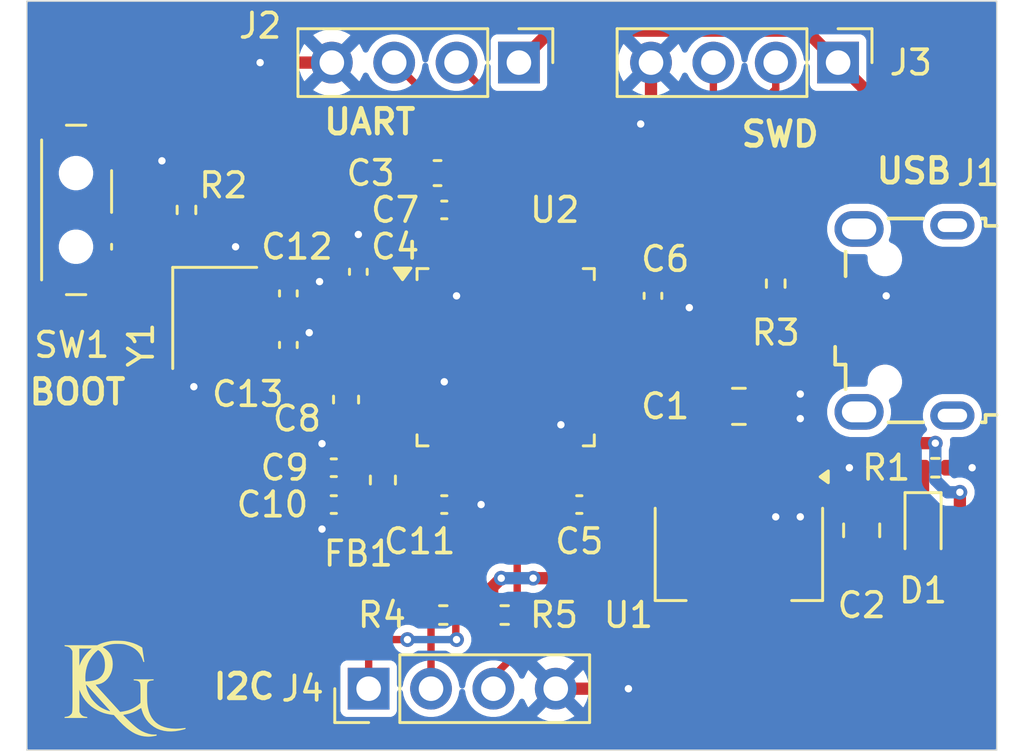
<source format=kicad_pcb>
(kicad_pcb (version 20241229) (generator "pcbnew") (generator_version "9.0")
  (layers (0 "F.Cu" signal) (2 "B.Cu" power) (13 "F.Paste" user) (15 "B.Paste" user) (5 "F.SilkS" user "F.Silkscreen") (7 "B.SilkS" user "B.Silkscreen") (1 "F.Mask" user) (3 "B.Mask" user) (25 "Edge.Cuts" user))
  (net 0 "")
  (net 1 "GND")
  (net 2 "VBUS")
  (net 3 "+3.3V")
  (net 4 "+3.3VA")
  (net 5 "/NRST")
  (net 6 "/HSE_IN")
  (net 7 "/HSE_OUT")
  (net 8 "/PWR_LED_K")
  (net 9 "/USB_D-")
  (net 13 "/USB_D+")
  (net 16 "/USART1_RX")
  (net 17 "/USART1_TX")
  (net 18 "/SWCLK")
  (net 19 "/SWDIO")
  (net 20 "/I2C2_SDA")
  (net 21 "/I2C2_SCL")
  (net 22 "/SW_BOOT0")
  (net 23 "/BOOT0")
  (footprint "Resistor_SMD:R_0402_1005Metric" (layer "F.Cu") (at 101.96 95.5 180)
    (property "Reference" "R4" (at 2.5 0 0) (layer "F.SilkS"))
    (property "Value" "1K5" (hide yes))
    (pad "1" smd roundrect (at -0.51 0 180) (size 0.54 0.64) (layers "F.Cu" "F.Mask" "F.Paste") (net 3 "+3.3V"))
    (pad "2" smd roundrect (at 0.51 0 180) (size 0.54 0.64) (layers "F.Cu" "F.Mask" "F.Paste") (net 21 "/I2C2_SCL"))
  )
  (footprint "Button_Switch_SMD:SW_SPDT_PCM12" (layer "F.Cu") (at 87.33 79 -90)
    (property "Reference" "SW1" (at 5.5 0.5 0) (layer "F.SilkS"))
    (property "Value" "SW_SPDT" (hide yes))
    (pad "" smd rect (at -3.65 -0.78 270) (size 1 0.8) (layers "F.Cu" "F.Mask" "F.Paste"))
    (pad "" smd rect (at -3.65 1.43 270) (size 1 0.8) (layers "F.Cu" "F.Mask" "F.Paste"))
    (pad "" np_thru_hole circle (at -1.5 0.33 270) (size 0.9 0.9) (drill 0.9) (layers "*.Cu" "*.Mask"))
    (pad "" np_thru_hole circle (at 1.5 0.33 270) (size 0.9 0.9) (drill 0.9) (layers "*.Cu" "*.Mask"))
    (pad "" smd rect (at 3.65 -0.78 270) (size 1 0.8) (layers "F.Cu" "F.Mask" "F.Paste"))
    (pad "" smd rect (at 3.65 1.43 270) (size 1 0.8) (layers "F.Cu" "F.Mask" "F.Paste"))
    (pad "1" smd rect (at -2.25 -1.43 270) (size 0.7 1.5) (layers "F.Cu" "F.Mask" "F.Paste") (net 1 "GND"))
    (pad "2" smd rect (at 0.75 -1.43 270) (size 0.7 1.5) (layers "F.Cu" "F.Mask" "F.Paste") (net 22 "/SW_BOOT0"))
    (pad "3" smd rect (at 2.25 -1.43 270) (size 0.7 1.5) (layers "F.Cu" "F.Mask" "F.Paste") (net 3 "+3.3V"))
  )
  (footprint "Capacitor_SMD:C_0402_1005Metric" (layer "F.Cu") (at 97.5 89.5 180)
    (property "Reference" "C9" (at 2 0 0) (layer "F.SilkS"))
    (property "Value" "1uF" (hide yes))
    (pad "1" smd roundrect (at -0.48 0 180) (size 0.56 0.62) (layers "F.Cu" "F.Mask" "F.Paste") (net 4 "+3.3VA"))
    (pad "2" smd roundrect (at 0.48 0 180) (size 0.56 0.62) (layers "F.Cu" "F.Mask" "F.Paste") (net 1 "GND"))
  )
  (footprint "Resistor_SMD:R_0402_1005Metric" (layer "F.Cu") (at 104.46 95.5)
    (property "Reference" "R5" (at 2.01 0 0) (layer "F.SilkS"))
    (property "Value" "1K5" (hide yes))
    (pad "1" smd roundrect (at -0.51 0) (size 0.54 0.64) (layers "F.Cu" "F.Mask" "F.Paste") (net 3 "+3.3V"))
    (pad "2" smd roundrect (at 0.51 0) (size 0.54 0.64) (layers "F.Cu" "F.Mask" "F.Paste") (net 20 "/I2C2_SDA"))
  )
  (footprint "Connector_PinHeader_2.54mm:PinHeader_1x04_P2.54mm_Vertical" (layer "F.Cu") (at 118.04 73 -90)
    (property "Reference" "J3" (at 0 -2.96 0) (layer "F.SilkS"))
    (property "Value" "Conn_01x04_Pin" (hide yes))
    (pad "1" thru_hole rect (at 0 0 270) (size 1.7 1.7) (drill 1) (layers "*.Cu" "*.Mask") (net 3 "+3.3V"))
    (pad "2" thru_hole circle (at 0 2.54 270) (size 1.7 1.7) (drill 1) (layers "*.Cu" "*.Mask") (net 19 "/SWDIO"))
    (pad "3" thru_hole circle (at 0 5.08 270) (size 1.7 1.7) (drill 1) (layers "*.Cu" "*.Mask") (net 18 "/SWCLK"))
    (pad "4" thru_hole circle (at 0 7.62 270) (size 1.7 1.7) (drill 1) (layers "*.Cu" "*.Mask") (net 1 "GND"))
  )
  (footprint "LED_SMD:LED_0603_1608Metric" (layer "F.Cu") (at 121.5 92 -90)
    (property "Reference" "D1" (at 2.5 0 0) (layer "F.SilkS"))
    (property "Value" "RED" (hide yes))
    (pad "1" smd roundrect (at -0.7875 0 270) (size 0.875 0.95) (layers "F.Cu" "F.Mask" "F.Paste") (net 8 "/PWR_LED_K"))
    (pad "2" smd roundrect (at 0.7875 0 270) (size 0.875 0.95) (layers "F.Cu" "F.Mask" "F.Paste") (net 3 "+3.3V"))
  )
  (footprint "Inductor_SMD:L_0603_1608Metric" (layer "F.Cu") (at 99.5 90 -90)
    (property "Reference" "FB1" (at 3 1 0) (layer "F.SilkS"))
    (property "Value" "FerriteBead" (hide yes))
    (pad "1" smd roundrect (at -0.7875 0 270) (size 0.875 0.95) (layers "F.Cu" "F.Mask" "F.Paste") (net 4 "+3.3VA"))
    (pad "2" smd roundrect (at 0.7875 0 270) (size 0.875 0.95) (layers "F.Cu" "F.Mask" "F.Paste") (net 3 "+3.3V"))
  )
  (footprint "Capacitor_SMD:C_0402_1005Metric" (layer "F.Cu") (at 110.5 82.5 -90)
    (property "Reference" "C6" (at -1.5 -0.5 0) (layer "F.SilkS"))
    (property "Value" "100nF" (hide yes))
    (pad "1" smd roundrect (at -0.48 0 270) (size 0.56 0.62) (layers "F.Cu" "F.Mask" "F.Paste") (net 3 "+3.3V"))
    (pad "2" smd roundrect (at 0.48 0 270) (size 0.56 0.62) (layers "F.Cu" "F.Mask" "F.Paste") (net 1 "GND"))
  )
  (footprint "Crystal:Crystal_SMD_3225-4Pin_3.2x2.5mm" (layer "F.Cu") (at 92.65 83.4 -90)
    (property "Reference" "Y1" (at 1.1 3 90) (layer "F.SilkS"))
    (property "Value" "16MHz" (hide yes))
    (pad "1" smd roundrect (at -1.1 0.85 270) (size 1.4 1.2) (layers "F.Cu" "F.Mask" "F.Paste") (roundrect_rratio 0.208333) (net 6 "/HSE_IN"))
    (pad "2" smd roundrect (at 1.1 0.85 270) (size 1.4 1.2) (layers "F.Cu" "F.Mask" "F.Paste") (roundrect_rratio 0.208333) (net 1 "GND"))
    (pad "3" smd roundrect (at 1.1 -0.85 270) (size 1.4 1.2) (layers "F.Cu" "F.Mask" "F.Paste") (roundrect_rratio 0.208333) (net 7 "/HSE_OUT"))
    (pad "4" smd roundrect (at -1.1 -0.85 270) (size 1.4 1.2) (layers "F.Cu" "F.Mask" "F.Paste") (roundrect_rratio 0.208333) (net 1 "GND"))
  )
  (footprint "Connector_PinHeader_2.54mm:PinHeader_1x04_P2.54mm_Vertical" (layer "F.Cu") (at 98.92 98.5 90)
    (property "Reference" "J4" (at 0 -2.69 0) (layer "F.SilkS"))
    (property "Value" "Conn_01x04_Pin" (hide yes))
    (pad "1" thru_hole rect (at 0 0 90) (size 1.7 1.7) (drill 1) (layers "*.Cu" "*.Mask") (net 3 "+3.3V"))
    (pad "2" thru_hole circle (at 0 2.54 90) (size 1.7 1.7) (drill 1) (layers "*.Cu" "*.Mask") (net 21 "/I2C2_SCL"))
    (pad "3" thru_hole circle (at 0 5.08 90) (size 1.7 1.7) (drill 1) (layers "*.Cu" "*.Mask") (net 20 "/I2C2_SDA"))
    (pad "4" thru_hole circle (at 0 7.62 90) (size 1.7 1.7) (drill 1) (layers "*.Cu" "*.Mask") (net 1 "GND"))
  )
  (footprint "Resistor_SMD:R_0402_1005Metric" (layer "F.Cu") (at 91.5 79 90)
    (property "Reference" "R2" (at 1 1.5 0) (layer "F.SilkS"))
    (property "Value" "10K" (hide yes))
    (pad "1" smd roundrect (at -0.51 0 90) (size 0.54 0.64) (layers "F.Cu" "F.Mask" "F.Paste") (net 22 "/SW_BOOT0"))
    (pad "2" smd roundrect (at 0.51 0 90) (size 0.54 0.64) (layers "F.Cu" "F.Mask" "F.Paste") (net 23 "/BOOT0"))
  )
  (footprint "Capacitor_SMD:C_0402_1005Metric" (layer "F.Cu") (at 95.65 84.5 90)
    (property "Reference" "C13" (at -2 -1.65 0) (layer "F.SilkS"))
    (property "Value" "10pF" (hide yes))
    (pad "1" smd roundrect (at -0.48 0 90) (size 0.56 0.62) (layers "F.Cu" "F.Mask" "F.Paste") (net 7 "/HSE_OUT"))
    (pad "2" smd roundrect (at 0.48 0 90) (size 0.56 0.62) (layers "F.Cu" "F.Mask" "F.Paste") (net 1 "GND"))
  )
  (footprint "Resistor_SMD:R_0402_1005Metric" (layer "F.Cu") (at 122 89.5)
    (property "Reference" "R1" (at -2 0 0) (layer "F.SilkS"))
    (property "Value" "1K5" (hide yes))
    (pad "1" smd roundrect (at -0.51 0) (size 0.54 0.64) (layers "F.Cu" "F.Mask" "F.Paste") (net 8 "/PWR_LED_K"))
    (pad "2" smd roundrect (at 0.51 0) (size 0.54 0.64) (layers "F.Cu" "F.Mask" "F.Paste") (net 1 "GND"))
  )
  (footprint "Capacitor_SMD:C_0402_1005Metric" (layer "F.Cu") (at 95.65 82.4 90)
    (property "Reference" "C12" (at 1.9 0.35 0) (layer "F.SilkS"))
    (property "Value" "10pF" (hide yes))
    (pad "1" smd roundrect (at -0.48 0 90) (size 0.56 0.62) (layers "F.Cu" "F.Mask" "F.Paste") (net 6 "/HSE_IN"))
    (pad "2" smd roundrect (at 0.48 0 90) (size 0.56 0.62) (layers "F.Cu" "F.Mask" "F.Paste") (net 1 "GND"))
  )
  (footprint "Package_TO_SOT_SMD:SOT-223-3_TabPin2" (layer "F.Cu") (at 114 93 -90)
    (property "Reference" "U1" (at 2.5 4.5 0) (layer "F.SilkS"))
    (property "Value" "AMS1117-3.3" (hide yes))
    (pad "1" smd roundrect (at -3.15 -2.3 270) (size 2 1.5) (layers "F.Cu" "F.Mask" "F.Paste") (net 1 "GND"))
    (pad "2" smd roundrect (at -3.15 0 270) (size 2 1.5) (layers "F.Cu" "F.Mask" "F.Paste") (net 3 "+3.3V"))
    (pad "2" smd roundrect (at 3.15 0 270) (size 2 3.8) (layers "F.Cu" "F.Mask" "F.Paste") (net 3 "+3.3V"))
    (pad "3" smd roundrect (at -3.15 2.3 270) (size 2 1.5) (layers "F.Cu" "F.Mask" "F.Paste") (net 2 "VBUS"))
  )
  (footprint "Resistor_SMD:R_0402_1005Metric" (layer "F.Cu") (at 115.5 82 -90)
    (property "Reference" "R3" (at 2 0 0) (layer "F.SilkS"))
    (property "Value" "1K5" (hide yes))
    (pad "1" smd roundrect (at -0.51 0 270) (size 0.54 0.64) (layers "F.Cu" "F.Mask" "F.Paste") (net 3 "+3.3V"))
    (pad "2" smd roundrect (at 0.51 0 270) (size 0.54 0.64) (layers "F.Cu" "F.Mask" "F.Paste") (net 13 "/USB_D+"))
  )
  (footprint "Capacitor_SMD:C_0805_2012Metric" (layer "F.Cu") (at 114 87)
    (property "Reference" "C1" (at -3 0 0) (layer "F.SilkS"))
    (property "Value" "22uF" (hide yes))
    (pad "1" smd roundrect (at -0.95 0) (size 1 1.45) (layers "F.Cu" "F.Mask" "F.Paste") (net 2 "VBUS"))
    (pad "2" smd roundrect (at 0.95 0) (size 1 1.45) (layers "F.Cu" "F.Mask" "F.Paste") (net 1 "GND"))
  )
  (footprint "Capacitor_SMD:C_0402_1005Metric" (layer "F.Cu") (at 102 91)
    (property "Reference" "C11" (at -1 1.5 0) (layer "F.SilkS"))
    (property "Value" "100nF" (hide yes))
    (pad "1" smd roundrect (at -0.48 0) (size 0.56 0.62) (layers "F.Cu" "F.Mask" "F.Paste") (net 5 "/NRST"))
    (pad "2" smd roundrect (at 0.48 0) (size 0.56 0.62) (layers "F.Cu" "F.Mask" "F.Paste") (net 1 "GND"))
  )
  (footprint "Capacitor_SMD:C_0603_1608Metric" (layer "F.Cu") (at 101.725 77.5)
    (property "Reference" "C3" (at -2.725 0 0) (layer "F.SilkS"))
    (property "Value" "10uF" (hide yes))
    (pad "1" smd roundrect (at -0.775 0) (size 0.9 0.95) (layers "F.Cu" "F.Mask" "F.Paste") (net 3 "+3.3V"))
    (pad "2" smd roundrect (at 0.775 0) (size 0.9 0.95) (layers "F.Cu" "F.Mask" "F.Paste") (net 1 "GND"))
  )
  (footprint "Capacitor_SMD:C_0402_1005Metric" (layer "F.Cu") (at 98.5 81.52 90)
    (property "Reference" "C4" (at 1.02 1.5 0) (layer "F.SilkS"))
    (property "Value" "100nF" (hide yes))
    (pad "1" smd roundrect (at -0.48 0 90) (size 0.56 0.62) (layers "F.Cu" "F.Mask" "F.Paste") (net 3 "+3.3V"))
    (pad "2" smd roundrect (at 0.48 0 90) (size 0.56 0.62) (layers "F.Cu" "F.Mask" "F.Paste") (net 1 "GND"))
  )
  (footprint "Capacitor_SMD:C_0603_1608Metric" (layer "F.Cu") (at 98 86.725 90)
    (property "Reference" "C8" (at -0.775 -2 0) (layer "F.SilkS"))
    (property "Value" "10nF" (hide yes))
    (pad "1" smd roundrect (at -0.775 0 90) (size 0.9 0.95) (layers "F.Cu" "F.Mask" "F.Paste") (net 4 "+3.3VA"))
    (pad "2" smd roundrect (at 0.775 0 90) (size 0.9 0.95) (layers "F.Cu" "F.Mask" "F.Paste") (net 1 "GND"))
  )
  (footprint "Package_QFP:LQFP-48_7x7mm_P0.5mm" (layer "F.Cu") (at 104.5 85)
    (property "Reference" "U2" (at 2 -6 0) (layer "F.SilkS"))
    (property "Value" "STM32F103C8T6" (hide yes))
    (pad "1" smd roundrect (at -4.1625 -2.75) (size 1.475 0.3) (layers "F.Cu" "F.Mask" "F.Paste") (net 3 "+3.3V"))
    (pad "2" smd roundrect (at -4.1625 -2.25) (size 1.475 0.3) (layers "F.Cu" "F.Mask" "F.Paste"))
    (pad "3" smd roundrect (at -4.1625 -1.75) (size 1.475 0.3) (layers "F.Cu" "F.Mask" "F.Paste"))
    (pad "4" smd roundrect (at -4.1625 -1.25) (size 1.475 0.3) (layers "F.Cu" "F.Mask" "F.Paste"))
    (pad "5" smd roundrect (at -4.1625 -0.75) (size 1.475 0.3) (layers "F.Cu" "F.Mask" "F.Paste") (net 6 "/HSE_IN"))
    (pad "6" smd roundrect (at -4.1625 -0.25) (size 1.475 0.3) (layers "F.Cu" "F.Mask" "F.Paste") (net 7 "/HSE_OUT"))
    (pad "7" smd roundrect (at -4.1625 0.25) (size 1.475 0.3) (layers "F.Cu" "F.Mask" "F.Paste") (net 5 "/NRST"))
    (pad "8" smd roundrect (at -4.1625 0.75) (size 1.475 0.3) (layers "F.Cu" "F.Mask" "F.Paste") (net 1 "GND"))
    (pad "9" smd roundrect (at -4.1625 1.25) (size 1.475 0.3) (layers "F.Cu" "F.Mask" "F.Paste") (net 4 "+3.3VA"))
    (pad "10" smd roundrect (at -4.1625 1.75) (size 1.475 0.3) (layers "F.Cu" "F.Mask" "F.Paste"))
    (pad "11" smd roundrect (at -4.1625 2.25) (size 1.475 0.3) (layers "F.Cu" "F.Mask" "F.Paste"))
    (pad "12" smd roundrect (at -4.1625 2.75) (size 1.475 0.3) (layers "F.Cu" "F.Mask" "F.Paste"))
    (pad "13" smd roundrect (at -2.75 4.1625) (size 0.3 1.475) (layers "F.Cu" "F.Mask" "F.Paste"))
    (pad "14" smd roundrect (at -2.25 4.1625) (size 0.3 1.475) (layers "F.Cu" "F.Mask" "F.Paste"))
    (pad "15" smd roundrect (at -1.75 4.1625) (size 0.3 1.475) (layers "F.Cu" "F.Mask" "F.Paste"))
    (pad "16" smd roundrect (at -1.25 4.1625) (size 0.3 1.475) (layers "F.Cu" "F.Mask" "F.Paste"))
    (pad "17" smd roundrect (at -0.75 4.1625) (size 0.3 1.475) (layers "F.Cu" "F.Mask" "F.Paste"))
    (pad "18" smd roundrect (at -0.25 4.1625) (size 0.3 1.475) (layers "F.Cu" "F.Mask" "F.Paste"))
    (pad "19" smd roundrect (at 0.25 4.1625) (size 0.3 1.475) (layers "F.Cu" "F.Mask" "F.Paste"))
    (pad "20" smd roundrect (at 0.75 4.1625) (size 0.3 1.475) (layers "F.Cu" "F.Mask" "F.Paste"))
    (pad "21" smd roundrect (at 1.25 4.1625) (size 0.3 1.475) (layers "F.Cu" "F.Mask" "F.Paste") (net 21 "/I2C2_SCL"))
    (pad "22" smd roundrect (at 1.75 4.1625) (size 0.3 1.475) (layers "F.Cu" "F.Mask" "F.Paste") (net 20 "/I2C2_SDA"))
    (pad "23" smd roundrect (at 2.25 4.1625) (size 0.3 1.475) (layers "F.Cu" "F.Mask" "F.Paste") (net 1 "GND"))
    (pad "24" smd roundrect (at 2.75 4.1625) (size 0.3 1.475) (layers "F.Cu" "F.Mask" "F.Paste") (net 3 "+3.3V"))
    (pad "25" smd roundrect (at 4.1625 2.75) (size 1.475 0.3) (layers "F.Cu" "F.Mask" "F.Paste"))
    (pad "26" smd roundrect (at 4.1625 2.25) (size 1.475 0.3) (layers "F.Cu" "F.Mask" "F.Paste"))
    (pad "27" smd roundrect (at 4.1625 1.75) (size 1.475 0.3) (layers "F.Cu" "F.Mask" "F.Paste"))
    (pad "28" smd roundrect (at 4.1625 1.25) (size 1.475 0.3) (layers "F.Cu" "F.Mask" "F.Paste"))
    (pad "29" smd roundrect (at 4.1625 0.75) (size 1.475 0.3) (layers "F.Cu" "F.Mask" "F.Paste"))
    (pad "30" smd roundrect (at 4.1625 0.25) (size 1.475 0.3) (layers "F.Cu" "F.Mask" "F.Paste"))
    (pad "31" smd roundrect (at 4.1625 -0.25) (size 1.475 0.3) (layers "F.Cu" "F.Mask" "F.Paste"))
    (pad "32" smd roundrect (at 4.1625 -0.75) (size 1.475 0.3) (layers "F.Cu" "F.Mask" "F.Paste") (net 9 "/USB_D-"))
    (pad "33" smd roundrect (at 4.1625 -1.25) (size 1.475 0.3) (layers "F.Cu" "F.Mask" "F.Paste") (net 13 "/USB_D+"))
    (pad "34" smd roundrect (at 4.1625 -1.75) (size 1.475 0.3) (layers "F.Cu" "F.Mask" "F.Paste") (net 19 "/SWDIO"))
    (pad "35" smd roundrect (at 4.1625 -2.25) (size 1.475 0.3) (layers "F.Cu" "F.Mask" "F.Paste") (net 1 "GND"))
    (pad "36" smd roundrect (at 4.1625 -2.75) (size 1.475 0.3) (layers "F.Cu" "F.Mask" "F.Paste") (net 3 "+3.3V"))
    (pad "37" smd roundrect (at 2.75 -4.1625) (size 0.3 1.475) (layers "F.Cu" "F.Mask" "F.Paste") (net 18 "/SWCLK"))
    (pad "38" smd roundrect (at 2.25 -4.1625) (size 0.3 1.475) (layers "F.Cu" "F.Mask" "F.Paste"))
    (pad "39" smd roundrect (at 1.75 -4.1625) (size 0.3 1.475) (layers "F.Cu" "F.Mask" "F.Paste"))
    (pad "40" smd roundrect (at 1.25 -4.1625) (size 0.3 1.475) (layers "F.Cu" "F.Mask" "F.Paste"))
    (pad "41" smd roundrect (at 0.75 -4.1625) (size 0.3 1.475) (layers "F.Cu" "F.Mask" "F.Paste"))
    (pad "42" smd roundrect (at 0.25 -4.1625) (size 0.3 1.475) (layers "F.Cu" "F.Mask" "F.Paste") (net 17 "/USART1_TX"))
    (pad "43" smd roundrect (at -0.25 -4.1625) (size 0.3 1.475) (layers "F.Cu" "F.Mask" "F.Paste") (net 16 "/USART1_RX"))
    (pad "44" smd roundrect (at -0.75 -4.1625) (size 0.3 1.475) (layers "F.Cu" "F.Mask" "F.Paste") (net 23 "/BOOT0"))
    (pad "45" smd roundrect (at -1.25 -4.1625) (size 0.3 1.475) (layers "F.Cu" "F.Mask" "F.Paste"))
    (pad "46" smd roundrect (at -1.75 -4.1625) (size 0.3 1.475) (layers "F.Cu" "F.Mask" "F.Paste"))
    (pad "47" smd roundrect (at -2.25 -4.1625) (size 0.3 1.475) (layers "F.Cu" "F.Mask" "F.Paste") (net 1 "GND"))
    (pad "48" smd roundrect (at -2.75 -4.1625) (size 0.3 1.475) (layers "F.Cu" "F.Mask" "F.Paste") (net 3 "+3.3V"))
  )
  (footprint "Capacitor_SMD:C_0402_1005Metric" (layer "F.Cu") (at 97.5 91 180)
    (property "Reference" "C10" (at 2.5 0 0) (layer "F.SilkS"))
    (property "Value" "1uF" (hide yes))
    (pad "1" smd roundrect (at -0.48 0 180) (size 0.56 0.62) (layers "F.Cu" "F.Mask" "F.Paste") (net 3 "+3.3V"))
    (pad "2" smd roundrect (at 0.48 0 180) (size 0.56 0.62) (layers "F.Cu" "F.Mask" "F.Paste") (net 1 "GND"))
  )
  (footprint "Capacitor_SMD:C_0805_2012Metric" (layer "F.Cu") (at 119 92.05 90)
    (property "Reference" "C2" (at -3.05 0 0) (layer "F.SilkS"))
    (property "Value" "22uF" (hide yes))
    (pad "1" smd roundrect (at -0.95 0 90) (size 1 1.45) (layers "F.Cu" "F.Mask" "F.Paste") (net 3 "+3.3V"))
    (pad "2" smd roundrect (at 0.95 0 90) (size 1 1.45) (layers "F.Cu" "F.Mask" "F.Paste") (net 1 "GND"))
  )
  (footprint "Capacitor_SMD:C_0402_1005Metric" (layer "F.Cu") (at 102 79)
    (property "Reference" "C7" (at -2 0 0) (layer "F.SilkS"))
    (property "Value" "100nF" (hide yes))
    (pad "1" smd roundrect (at -0.48 0) (size 0.56 0.62) (layers "F.Cu" "F.Mask" "F.Paste") (net 3 "+3.3V"))
    (pad "2" smd roundrect (at 0.48 0) (size 0.56 0.62) (layers "F.Cu" "F.Mask" "F.Paste") (net 1 "GND"))
  )
  (footprint "Logos:RoopaGhatke_logo" (layer "F.Cu") (at 87.932794 99.052849)
    (property "Reference" "G***" (hide yes))
    (property "Value" "LOGO" (hide yes))
  )
  (footprint "Connector_PinHeader_2.54mm:PinHeader_1x04_P2.54mm_Vertical" (layer "F.Cu") (at 105.04 73 -90)
    (property "Reference" "J2" (at -1.5 10.54 0) (layer "F.SilkS"))
    (property "Value" "Conn_01x04_Pin" (hide yes))
    (pad "1" thru_hole rect (at 0 0 270) (size 1.7 1.7) (drill 1) (layers "*.Cu" "*.Mask") (net 3 "+3.3V"))
    (pad "2" thru_hole circle (at 0 2.54 270) (size 1.7 1.7) (drill 1) (layers "*.Cu" "*.Mask") (net 17 "/USART1_TX"))
    (pad "3" thru_hole circle (at 0 5.08 270) (size 1.7 1.7) (drill 1) (layers "*.Cu" "*.Mask") (net 16 "/USART1_RX"))
    (pad "4" thru_hole circle (at 0 7.62 270) (size 1.7 1.7) (drill 1) (layers "*.Cu" "*.Mask") (net 1 "GND"))
  )
  (footprint "Connector_USB:USB_Micro-B_Wuerth_629105150521" (layer "F.Cu") (at 120.745 83.5 90)
    (property "Reference" "J1" (at 6 3 0) (layer "F.SilkS"))
    (property "Value" "USB_B_Micro" (hide yes))
    (pad "" np_thru_hole oval (at -2.5 -0.8 90) (size 0.8 0.8) (drill 0.8) (layers "*.Cu" "*.Mask"))
    (pad "" np_thru_hole oval (at 2.5 -0.8 90) (size 0.8 0.8) (drill 0.8) (layers "*.Cu" "*.Mask"))
    (pad "1" smd rect (at -1.3 -1.9 90) (size 0.45 1.3) (layers "F.Cu" "F.Mask" "F.Paste") (net 2 "VBUS"))
    (pad "2" smd rect (at -0.65 -1.9 90) (size 0.45 1.3) (layers "F.Cu" "F.Mask" "F.Paste") (net 9 "/USB_D-"))
    (pad "3" smd rect (at 0 -1.9 90) (size 0.45 1.3) (layers "F.Cu" "F.Mask" "F.Paste") (net 13 "/USB_D+"))
    (pad "4" smd rect (at 0.65 -1.9 90) (size 0.45 1.3) (layers "F.Cu" "F.Mask" "F.Paste"))
    (pad "5" smd rect (at 1.3 -1.9 90) (size 0.45 1.3) (layers "F.Cu" "F.Mask" "F.Paste") (net 1 "GND"))
    (pad "6" thru_hole oval (at -3.875 1.95 90) (size 1.15 1.8) (drill oval 0.55 1.2) (property pad_prop_heatsink) (layers "*.Cu" "*.Mask"))
    (pad "6" thru_hole oval (at -3.725 -1.85 90) (size 1.45 2) (drill oval 0.85 1.4) (property pad_prop_heatsink) (layers "*.Cu" "*.Mask"))
    (pad "6" thru_hole oval (at 3.725 -1.85 90) (size 1.45 2) (drill oval 0.85 1.4) (property pad_prop_heatsink) (layers "*.Cu" "*.Mask"))
    (pad "6" thru_hole oval (at 3.875 1.95 90) (size 1.15 1.8) (drill oval 0.55 1.2) (property pad_prop_heatsink) (layers "*.Cu" "*.Mask"))
  )
  (footprint "Capacitor_SMD:C_0402_1005Metric" (layer "F.Cu") (at 107.5 91 180)
    (property "Reference" "C5" (at 0 -1.5 0) (layer "F.SilkS"))
    (property "Value" "100nF" (hide yes))
    (pad "1" smd roundrect (at -0.48 0 180) (size 0.56 0.62) (layers "F.Cu" "F.Mask" "F.Paste") (net 3 "+3.3V"))
    (pad "2" smd roundrect (at 0.48 0 180) (size 0.56 0.62) (layers "F.Cu" "F.Mask" "F.Paste") (net 1 "GND"))
  )
  (gr_line (start 85 70.5) (end 124.5 70.5) (stroke (width 0.05)) (layer "Edge.Cuts"))
  (gr_line (start 85 101) (end 85 70.5) (stroke (width 0.05)) (layer "Edge.Cuts"))
  (gr_line (start 124.5 101) (end 85 101) (stroke (width 0.05)) (layer "Edge.Cuts"))
  (gr_line (start 124.5 70.5) (end 124.5 101) (stroke (width 0.05)) (layer "Edge.Cuts"))
  (gr_text "BOOT" (at 85 87 0) (layer "F.SilkS") (effects (font (size 1 1) (thickness 0.2) (bold yes)) (justify left bottom)))
  (gr_text "SWD" (at 114 76.5 0) (layer "F.SilkS") (effects (font (size 1 1) (thickness 0.2) (bold yes)) (justify left bottom)))
  (gr_text "UART" (at 97 76 0) (layer "F.SilkS") (effects (font (size 1 1) (thickness 0.2) (bold yes)) (justify left bottom)))
  (gr_text "USB" (at 119.5 78 0) (layer "F.SilkS") (effects (font (size 1 1) (thickness 0.2) (bold yes)) (justify left bottom)))
  (gr_text "I2C" (at 92.5 99 0) (layer "F.SilkS") (effects (font (size 1 1) (thickness 0.2) (bold yes)) (justify left bottom)))
  (segment (start 108.6625 82.75) (end 110.27 82.75) (width 0.3) (layer "F.Cu") (net 1))
  (segment (start 102.25 80.8375) (end 102.25 79.23) (width 0.3) (layer "F.Cu") (net 1))
  (segment (start 102.5 78.98) (end 102.48 79) (width 0.5) (layer "F.Cu") (net 1))
  (segment (start 102.5 77.5) (end 102.5 78.98) (width 0.5) (layer "F.Cu") (net 1))
  (segment (start 100.3375 85.75) (end 98.2 85.75) (width 0.3) (layer "F.Cu") (net 1))
  (segment (start 93.5 82.3) (end 93.5 80.5) (width 0.5) (layer "F.Cu") (net 1))
  (segment (start 95.65 81.92) (end 96.92 81.92) (width 0.5) (layer "F.Cu") (net 1))
  (segment (start 106.75 90.73) (end 107.02 91) (width 0.3) (layer "F.Cu") (net 1))
  (segment (start 90.25 76.75) (end 90.5 77) (width 0.5) (layer "F.Cu") (net 1))
  (segment (start 102.25 79.23) (end 102.48 79) (width 0.3) (layer "F.Cu") (net 1))
  (segment (start 110.42 73) (end 110.42 75.08) (width 0.5) (layer "F.Cu") (net 1))
  (segment (start 98.5 81.04) (end 98.5 80) (width 0.5) (layer "F.Cu") (net 1))
  (segment (start 119.7 82.2) (end 120 82.5) (width 0.3) (layer "F.Cu") (net 1))
  (segment (start 95.65 84.02) (end 96.48 84.02) (width 0.5) (layer "F.Cu") (net 1))
  (segment (start 110.42 75.08) (end 110 75.5) (width 0.5) (layer "F.Cu") (net 1))
  (segment (start 106.75 89.1625) (end 106.75 87.75) (width 0.3) (layer "F.Cu") (net 1))
  (segment (start 122.51 89.5) (end 123.5 89.5) (width 0.5) (layer "F.Cu") (net 1))
  (segment (start 97.02 89.5) (end 97.02 88.52) (width 0.5) (layer "F.Cu") (net 1))
  (segment (start 102.48 91) (end 103.5 91) (width 0.5) (layer "F.Cu") (net 1))
  (segment (start 100.3375 85.75) (end 101.75 85.75) (width 0.3) (layer "F.Cu") (net 1))
  (segment (start 88.76 76.75) (end 90.25 76.75) (width 0.5) (layer "F.Cu") (net 1))
  (segment (start 97.02 91) (end 97.02 92) (width 0.5) (layer "F.Cu") (net 1))
  (segment (start 110.27 82.75) (end 110.5 82.98) (width 0.3) (layer "F.Cu") (net 1))
  (segment (start 97.42 73) (end 94.5 73) (width 0.5) (layer "F.Cu") (net 1))
  (segment (start 102.25 81.75) (end 102.5 82) (width 0.3) (layer "F.Cu") (net 1))
  (segment (start 110.5 82.98) (end 111.98 82.98) (width 0.3) (layer "F.Cu") (net 1))
  (segment (start 102.25 80.8375) (end 102.25 81.75) (width 0.3) (layer "F.Cu") (net 1))
  (segment (start 98.2 85.75) (end 98 85.95) (width 0.3) (layer "F.Cu") (net 1))
  (segment (start 101.75 85.75) (end 102 86) (width 0.3) (layer "F.Cu") (net 1))
  (segment (start 118.845 82.2) (end 119.7 82.2) (width 0.3) (layer "F.Cu") (net 1))
  (segment (start 102.5 82) (end 102.5 82.5) (width 0.3) (layer "F.Cu") (net 1))
  (segment (start 106.75 89.1625) (end 106.75 90.73) (width 0.3) (layer "F.Cu") (net 1))
  (segment (start 106.54 98.5) (end 109.5 98.5) (width 0.5) (layer "F.Cu") (net 1))
  (segment (start 96.48 84.02) (end 96.5 84) (width 0.5) (layer "F.Cu") (net 1))
  (segment (start 91.8 84.5) (end 91.8 86.2) (width 0.5) (layer "F.Cu") (net 1))
  (via (at 109.5 98.5) (size 0.6) (drill 0.3) (layers "F.Cu" "B.Cu") (net 1))
  (via (at 111.98 82.98) (size 0.6) (drill 0.3) (layers "F.Cu" "B.Cu") (net 1))
  (via (at 116.5 87.5) (size 0.6) (drill 0.3) (layers "F.Cu" "B.Cu") (net 1))
  (via (at 91.8 86.2) (size 0.6) (drill 0.3) (layers "F.Cu" "B.Cu") (net 1))
  (via (at 110 75.5) (size 0.6) (drill 0.3) (layers "F.Cu" "B.Cu") (net 1))
  (via (at 102.5 82.5) (size 0.6) (drill 0.3) (layers "F.Cu" "B.Cu") (net 1))
  (via (at 93.5 80.5) (size 0.6) (drill 0.3) (layers "F.Cu" "B.Cu") (net 1))
  (via (at 116.5 86.5) (size 0.6) (drill 0.3) (layers "F.Cu" "B.Cu") (net 1))
  (via (at 115.5 91.5) (size 0.6) (drill 0.3) (layers "F.Cu" "B.Cu") (net 1))
  (via (at 102 86) (size 0.6) (drill 0.3) (layers "F.Cu" "B.Cu") (net 1))
  (via (at 103.5 91) (size 0.6) (drill 0.3) (layers "F.Cu" "B.Cu") (net 1))
  (via (at 123.5 89.5) (size 0.6) (drill 0.3) (layers "F.Cu" "B.Cu") (net 1))
  (via (at 90.5 77) (size 0.6) (drill 0.3) (layers "F.Cu" "B.Cu") (net 1))
  (via (at 96.92 81.92) (size 0.6) (drill 0.3) (layers "F.Cu" "B.Cu") (net 1))
  (via (at 106.75 87.75) (size 0.6) (drill 0.3) (layers "F.Cu" "B.Cu") (net 1))
  (via (at 120 82.5) (size 0.6) (drill 0.3) (layers "F.Cu" "B.Cu") (net 1))
  (via (at 98.5 80) (size 0.6) (drill 0.3) (layers "F.Cu" "B.Cu") (net 1))
  (via (at 116.5 91.5) (size 0.6) (drill 0.3) (layers "F.Cu" "B.Cu") (net 1))
  (via (at 97.02 92) (size 0.6) (drill 0.3) (layers "F.Cu" "B.Cu") (net 1))
  (via (at 94.5 73) (size 0.6) (drill 0.3) (layers "F.Cu" "B.Cu") (net 1))
  (via (at 96.5 84) (size 0.6) (drill 0.3) (layers "F.Cu" "B.Cu") (net 1))
  (via (at 118.5 89.5) (size 0.6) (drill 0.3) (layers "F.Cu" "B.Cu") (net 1))
  (via (at 97.02 88.52) (size 0.6) (drill 0.3) (layers "F.Cu" "B.Cu") (net 1))
  (segment (start 118 85) (end 120 85) (width 0.3) (layer "B.Cu") (net 1))
  (segment (start 120 85) (end 120 82.5) (width 0.3) (layer "B.Cu") (net 1))
  (segment (start 116.5 86.5) (end 118 85) (width 0.3) (layer "B.Cu") (net 1))
  (segment (start 90 81.5) (end 90.5 81) (width 0.3) (layer "F.Cu") (net 3))
  (segment (start 107.98 89.52) (end 107.98 91) (width 0.3) (layer "F.Cu") (net 3))
  (segment (start 91.5 96.5) (end 90 95) (width 0.3) (layer "F.Cu") (net 3))
  (segment (start 98.92 96.92) (end 98.92 98.5) (width 0.3) (layer "F.Cu") (net 3))
  (segment (start 100.95 78.43) (end 101.52 79) (width 0.5) (layer "F.Cu") (net 3))
  (segment (start 102.47 95.5) (end 103.95 95.5) (width 0.3) (layer "F.Cu") (net 3))
  (segment (start 106.341 71.699) (end 116.739 71.699) (width 0.5) (layer "F.Cu") (net 3))
  (segment (start 99.5 77.5) (end 100.95 77.5) (width 0.3) (layer "F.Cu") (net 3))
  (segment (start 119 93) (end 120.5 93) (width 0.5) (layer "F.Cu") (net 3))
  (segment (start 110.5 82.02) (end 113 82.02) (width 0.3) (layer "F.Cu") (net 3))
  (segment (start 90 95) (end 90 81.5) (width 0.3) (layer "F.Cu") (net 3))
  (segment (start 107.98 95.98) (end 107.98 94) (width 0.5) (layer "F.Cu") (net 3))
  (segment (start 100.3375 82.25) (end 98.75 82.25) (width 0.3) (layer "F.Cu") (net 3))
  (segment (start 120.5 98.5) (end 110.5 98.5) (width 0.5) (layer "F.Cu") (net 3))
  (segment (start 113 82) (end 113.51 81.49) (width 0.3) (layer "F.Cu") (net 3))
  (segment (start 91.53105 81) (end 95.03105 77.5) (width 0.3) (layer "F.Cu") (net 3))
  (segment (start 100.5 96.5) (end 98.5 96.5) (width 0.3) (layer "F.Cu") (net 3))
  (segment (start 118.04 73) (end 120.02 74.98) (width 0.5) (layer "F.Cu") (net 3))
  (segment (start 109.811075 97.749) (end 109.749 97.749) (width 0.5) (layer "F.Cu") (net 3))
  (segment (start 110.27 82.25) (end 110.5 82.02) (width 0.3) (layer "F.Cu") (net 3))
  (segment (start 103.95 94.37) (end 103.95 95.5) (width 0.5) (layer "F.Cu") (net 3))
  (segment (start 113 82) (end 120.02 74.98) (width 0.3) (layer "F.Cu") (net 3))
  (segment (start 89.75 81.25) (end 90 81.5) (width 0.5) (layer "F.Cu") (net 3))
  (segment (start 99.5 95.5) (end 98.5 96.5) (width 0.3) (layer "F.Cu") (net 3))
  (segment (start 107.98 94) (end 107.98 91) (width 0.5) (layer "F.Cu") (net 3))
  (segment (start 100.95 77.5) (end 100.95 78.43) (width 0.5) (layer "F.Cu") (net 3))
  (segment (start 88.76 81.25) (end 89.75 81.25) (width 0.5) (layer "F.Cu") (net 3))
  (segment (start 107.25 89.1625) (end 107.6625 89.1625) (width 0.3) (layer "F.Cu") (net 3))
  (segment (start 97.98 91) (end 99.2875 91) (width 0.3) (layer "F.Cu") (net 3))
  (segment (start 110.251 98.188925) (end 109.811075 97.749) (width 0.5) (layer "F.Cu") (net 3))
  (segment (start 99.5 81.4125) (end 99.5 77.5) (width 0.3) (layer "F.Cu") (net 3))
  (segment (start 110.251 98.251) (end 110.251 98.188925) (width 0.5) (layer "F.Cu") (net 3))
  (segment (start 101.75 79.23) (end 101.52 79) (width 0.3) (layer "F.Cu") (net 3))
  (segment (start 120.02 74.98) (end 121 75.96) (width 0.5) (layer "F.Cu") (net 3))
  (segment (start 121 75.96) (end 121 88.5) (width 0.5) (layer "F.Cu") (net 3))
  (segment (start 107.6625 89.1625) (end 108 89.5) (width 0.3) (layer "F.Cu") (net 3))
  (segment (start 98.5 96.5) (end 98.92 96.92) (width 0.3) (layer "F.Cu") (net 3))
  (segment (start 109.749 97.749) (end 107.98 95.98) (width 0.5) (layer "F.Cu") (net 3))
  (segment (start 113 82.02) (end 113 82) (width 0.3) (layer "F.Cu") (net 3))
  (segment (start 98.75 82.25) (end 98.5 82) (width 0.3) (layer "F.Cu") (net 3))
  (segment (start 120.5 93) (end 121.2875 93) (width 0.5) (layer "F.Cu") (net 3))
  (segment (start 108.6625 82.25) (end 110.27 82.25) (width 0.3) (layer "F.Cu") (net 3))
  (segment (start 99.2875 91) (end 99.5 90.7875) (width 0.3) (layer "F.Cu") (net 3))
  (segment (start 95.03105 77.5) (end 99.5 77.5) (width 0.3) (layer "F.Cu") (net 3))
  (segment (start 100.3375 82.25) (end 99.5 81.4125) (width 0.3) (layer "F.Cu") (net 3))
  (segment (start 123 94.5) (end 120.5 94.5) (width 0.5) (layer "F.Cu") (net 3))
  (segment (start 113.51 81.49) (end 115.5 81.49) (width 0.3) (layer "F.Cu") (net 3))
  (segment (start 108 89.5) (end 107.98 89.52) (width 0.3) (layer "F.Cu") (net 3))
  (segment (start 90.5 81) (end 91.53105 81) (width 0.3) (layer "F.Cu") (net 3))
  (segment (start 105.04 73) (end 106.341 71.699) (width 0.5) (layer "F.Cu") (net 3))
  (segment (start 116.739 71.699) (end 118.04 73) (width 0.5) (layer "F.Cu") (net 3))
  (segment (start 107.98 94) (end 105.62 94) (width 0.5) (layer "F.Cu") (net 3))
  (segment (start 98.5 96.5) (end 91.5 96.5) (width 0.3) (layer "F.Cu") (net 3))
  (segment (start 101.75 80.8375) (end 101.75 79.23) (width 0.3) (layer "F.Cu") (net 3))
  (segment (start 121 88.5) (end 122 88.5) (width 0.5) (layer "F.Cu") (net 3))
  (segment (start 102.47 95.5) (end 102.47 96.47) (width 0.3) (layer "F.Cu") (net 3))
  (segment (start 120.5 94.5) (end 120.5 98.5) (width 0.5) (layer "F.Cu") (net 3))
  (segment (start 120.5 93) (end 120.5 94.5) (width 0.5) (layer "F.Cu") (net 3))
  (segment (start 123 90.5) (end 123 94.5) (width 0.5) (layer "F.Cu") (net 3))
  (segment (start 110.5 98.5) (end 110.251 98.251) (width 0.5) (layer "F.Cu") (net 3))
  (segment (start 104.32 94) (end 103.95 94.37) (width 0.5) (layer "F.Cu") (net 3))
  (segment (start 102.47 96.47) (end 102.5 96.5) (width 0.3) (layer "F.Cu") (net 3))
  (segment (start 121.2875 93) (end 121.5 92.7875) (width 0.5) (layer "F.Cu") (net 3))
  (segment (start 99.5 90.7875) (end 99.5 95.5) (width 0.3) (layer "F.Cu") (net 3))
  (via (at 123 90.5) (size 0.6) (drill 0.3) (layers "F.Cu" "B.Cu") (net 3))
  (via (at 104.32 94) (size 0.6) (drill 0.3) (layers "F.Cu" "B.Cu") (net 3))
  (via (at 100.5 96.5) (size 0.6) (drill 0.3) (layers "F.Cu" "B.Cu") (net 3))
  (via (at 122 88.5) (size 0.6) (drill 0.3) (layers "F.Cu" "B.Cu") (net 3))
  (via (at 105.62 94) (size 0.6) (drill 0.3) (layers "F.Cu" "B.Cu") (net 3))
  (via (at 102.5 96.5) (size 0.6) (drill 0.3) (layers "F.Cu" "B.Cu") (net 3))
  (segment (start 102.5 96.5) (end 100.5 96.5) (width 0.3) (layer "B.Cu") (net 3))
  (segment (start 122 90) (end 122.5 90.5) (width 0.5) (layer "B.Cu") (net 3))
  (segment (start 105.62 94) (end 104.32 94) (width 0.5) (layer "B.Cu") (net 3))
  (segment (start 122.5 90.5) (end 123 90.5) (width 0.5) (layer "B.Cu") (net 3))
  (segment (start 122 88.5) (end 122 90) (width 0.5) (layer "B.Cu") (net 3))
  (segment (start 98 87.5) (end 98 89.48) (width 0.3) (layer "F.Cu") (net 4))
  (segment (start 98 89.48) (end 97.98 89.5) (width 0.3) (layer "F.Cu") (net 4))
  (segment (start 97.98 89.5) (end 99.2125 89.5) (width 0.3) (layer "F.Cu") (net 4))
  (segment (start 99.25 86.25) (end 98 87.5) (width 0.3) (layer "F.Cu") (net 4))
  (segment (start 99.2125 89.5) (end 99.5 89.2125) (width 0.3) (layer "F.Cu") (net 4))
  (segment (start 100.3375 86.25) (end 99.25 86.25) (width 0.3) (layer "F.Cu") (net 4))
  (segment (start 103 86.570466) (end 101 88.570466) (width 0.3) (layer "F.Cu") (net 5))
  (segment (start 100.3375 85.25) (end 103 85.25) (width 0.3) (layer "F.Cu") (net 5))
  (segment (start 103 85.25) (end 103 86.570466) (width 0.3) (layer "F.Cu") (net 5))
  (segment (start 101 90.5) (end 101.5 91) (width 0.3) (layer "F.Cu") (net 5))
  (segment (start 101 88.570466) (end 101 90.5) (width 0.3) (layer "F.Cu") (net 5))
  (segment (start 99.25 84.25) (end 97.88 82.88) (width 0.3) (layer "F.Cu") (net 6))
  (segment (start 92.851 83.351) (end 91.8 82.3) (width 0.3) (layer "F.Cu") (net 6))
  (segment (start 97.88 82.88) (end 95.65 82.88) (width 0.3) (layer "F.Cu") (net 6))
  (segment (start 95.179 83.351) (end 92.851 83.351) (width 0.3) (layer "F.Cu") (net 6))
  (segment (start 95.65 82.88) (end 95.179 83.351) (width 0.3) (layer "F.Cu") (net 6))
  (segment (start 100.3375 84.25) (end 99.25 84.25) (width 0.3) (layer "F.Cu") (net 6))
  (segment (start 93.98 84.98) (end 93.5 84.5) (width 0.3) (layer "F.Cu") (net 7))
  (segment (start 100.3375 84.75) (end 99.25 84.75) (width 0.3) (layer "F.Cu") (net 7))
  (segment (start 99.25 84.75) (end 99.02 84.98) (width 0.3) (layer "F.Cu") (net 7))
  (segment (start 95.65 84.98) (end 93.98 84.98) (width 0.3) (layer "F.Cu") (net 7))
  (segment (start 99.02 84.98) (end 95.65 84.98) (width 0.3) (layer "F.Cu") (net 7))
  (segment (start 121.5 89.51) (end 121.49 89.5) (width 0.5) (layer "F.Cu") (net 8))
  (segment (start 121.5 91.2125) (end 121.5 89.51) (width 0.5) (layer "F.Cu") (net 8))
  (segment (start 108.6625 84.25) (end 109.75 84.25) (width 0.3) (layer "F.Cu") (net 9))
  (segment (start 109.85 84.15) (end 118.845 84.15) (width 0.3) (layer "F.Cu") (net 9))
  (segment (start 109.75 84.25) (end 109.85 84.15) (width 0.3) (layer "F.Cu") (net 9))
  (segment (start 118.771 84.229) (end 118.845 84.155) (width 0.3) (layer "F.Cu") (net 9))
  (segment (start 115.869 83.631) (end 116 83.5) (width 0.3) (layer "F.Cu") (net 13))
  (segment (start 109.541479 83.75) (end 109.660479 83.631) (width 0.3) (layer "F.Cu") (net 13))
  (segment (start 116 83.5) (end 117 83.5) (width 0.3) (layer "F.Cu") (net 13))
  (segment (start 109.660479 83.631) (end 115.869 83.631) (width 0.3) (layer "F.Cu") (net 13))
  (segment (start 115.5 82.51) (end 116.01 82.51) (width 0.3) (layer "F.Cu") (net 13))
  (segment (start 108.6625 83.75) (end 109.541479 83.75) (width 0.3) (layer "F.Cu") (net 13))
  (segment (start 116.01 82.51) (end 116.5 83) (width 0.3) (layer "F.Cu") (net 13))
  (segment (start 116.5 83) (end 117 83.5) (width 0.3) (layer "F.Cu") (net 13))
  (segment (start 117 83.5) (end 118.845 83.5) (width 0.3) (layer "F.Cu") (net 13))
  (segment (start 104.25 80.8375) (end 104.25 75.75) (width 0.3) (layer "F.Cu") (net 16))
  (segment (start 103.5 75) (end 101.96 75) (width 0.3) (layer "F.Cu") (net 16))
  (segment (start 104.25 75.75) (end 103.5 75) (width 0.3) (layer "F.Cu") (net 16))
  (segment (start 101.96 75) (end 99.96 73) (width 0.3) (layer "F.Cu") (net 16))
  (segment (start 104.75 75.25) (end 102.5 73) (width 0.3) (layer "F.Cu") (net 17))
  (segment (start 104.75 80.8375) (end 104.75 75.25) (width 0.3) (layer "F.Cu") (net 17))
  (segment (start 107.25 80.8375) (end 107.6625 80.8375) (width 0.3) (layer "F.Cu") (net 18))
  (segment (start 107.6625 80.8375) (end 112.96 75.54) (width 0.3) (layer "F.Cu") (net 18))
  (segment (start 112.96 75.54) (end 112.96 73) (width 0.3) (layer "F.Cu") (net 18))
  (segment (start 107 83) (end 107 82.570466) (width 0.3) (layer "F.Cu") (net 19))
  (segment (start 107.25 83.25) (end 107 83) (width 0.3) (layer "F.Cu") (net 19))
  (segment (start 108.6625 83.25) (end 107.25 83.25) (width 0.3) (layer "F.Cu") (net 19))
  (segment (start 107 82.570466) (end 115.5 74.070466) (width 0.3) (layer "F.Cu") (net 19))
  (segment (start 115.5 74.070466) (end 115.5 73) (width 0.3) (layer "F.Cu") (net 19))
  (segment (start 106.25 90.26174) (end 106.25 89.1625) (width 0.3) (layer "F.Cu") (net 20))
  (segment (start 104.97 95.5) (end 104.97 91.54174) (width 0.3) (layer "F.Cu") (net 20))
  (segment (start 104 98.5) (end 104 98) (width 0.3) (layer "F.Cu") (net 20))
  (segment (start 104.97 97.03) (end 104.97 95.5) (width 0.3) (layer "F.Cu") (net 20))
  (segment (start 104 98) (end 104.97 97.03) (width 0.3) (layer "F.Cu") (net 20))
  (segment (start 104.97 91.54174) (end 106.25 90.26174) (width 0.3) (layer "F.Cu") (net 20))
  (segment (start 101.46 95.51) (end 101.45 95.5) (width 0.3) (layer "F.Cu") (net 21))
  (segment (start 105.75 90.004534) (end 105.75 89.1625) (width 0.3) (layer "F.Cu") (net 21))
  (segment (start 101.46 98.5) (end 101.46 95.51) (width 0.3) (layer "F.Cu") (net 21))
  (segment (start 101.45 95.5) (end 101.45 94.304534) (width 0.3) (layer "F.Cu") (net 21))
  (segment (start 101.45 94.304534) (end 105.75 90.004534) (width 0.3) (layer "F.Cu") (net 21))
  (segment (start 88.76 79.75) (end 91.26 79.75) (width 0.5) (layer "F.Cu") (net 22))
  (segment (start 91.26 79.75) (end 91.5 79.51) (width 0.5) (layer "F.Cu") (net 22))
  (segment (start 91.5 78.5) (end 91.5 76) (width 0.3) (layer "F.Cu") (net 23))
  (segment (start 103.5 76) (end 103.75 76.25) (width 0.3) (layer "F.Cu") (net 23))
  (segment (start 91.5 76) (end 103.5 76) (width 0.3) (layer "F.Cu") (net 23))
  (segment (start 103.75 76.25) (end 103.75 80.8375) (width 0.3) (layer "F.Cu") (net 23))
  (zone (net 2) (net_name "VBUS") (layer "F.Cu") (name "GND") (priority 2) (connect_pads yes (clearance 0.3)) (min_thickness 0.25) (fill yes (thermal_gap 0.5) (thermal_bridge_width 0.5))
    (polygon (pts (xy 120 84.5) (xy 112 84.5) (xy 112 88.5) (xy 110.5 88.5) (xy 110.5 91.5) (xy 113 91.5) (xy 113 88.5) (xy 114 88.5) (xy 114 85.5) (xy 120 85.5)))
  )
  (zone (net 1) (net_name "GND") (layer "F.Cu") (name "GND") (priority 1) (connect_pads yes (clearance 0.3)) (min_thickness 0.25) (fill yes (thermal_gap 0.5) (thermal_bridge_width 0.5))
    (polygon (pts (xy 114 86) (xy 117 86) (xy 117 88.5) (xy 119 88.5) (xy 119 90.5) (xy 120.5 90.5) (xy 120.5 92) (xy 115 92.05) (xy 115 88.5) (xy 114 88.5)))
  )
  (zone (net 3) (net_name "+3.3V") (layer "F.Cu") (name "GND") (priority 3) (connect_pads yes (clearance 0.3)) (min_thickness 0.25) (fill yes (thermal_gap 0.5) (thermal_bridge_width 0.5))
    (polygon (pts (xy 113 88.5) (xy 115 88.5) (xy 115 92.5) (xy 120.5 92.5) (xy 120.5 98) (xy 111.5 98) (xy 111.5 93.5) (xy 113 92.5)))
  )
  (zone (net 1) (net_name "GND") (layer "B.Cu") (name "GND") (connect_pads (clearance 0.3)) (min_thickness 0.25) (fill yes (thermal_gap 0.5) (thermal_bridge_width 0.5))
    (polygon (pts (xy 85 70.5) (xy 124.5 70.5) (xy 124.5 101) (xy 85 101)))
  )
)
</source>
